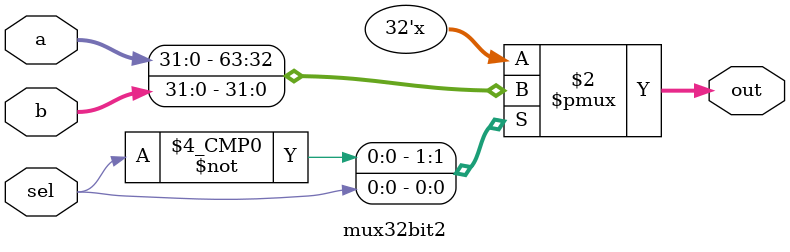
<source format=v>
module mux32bit(a,b,c,sel,out);
input [31:0] a,b,c;
input [1:0] sel;
output reg [31:0] out; 
always @(*) begin 
case(sel)
2'b00 : out <= a;
2'b01 : out <= b;
2'b10 : out <= c;
default: out <=32'b0;
endcase
end
endmodule


module mux32bit2(a,b,sel,out);
input [31:0] a,b;
input  sel;
output reg [31:0] out; 
always @(*) begin 
case(sel)
1'b0 : out <= a;
1'b1 : out <= b;
default: out <=32'b0;
endcase
end
endmodule

</source>
